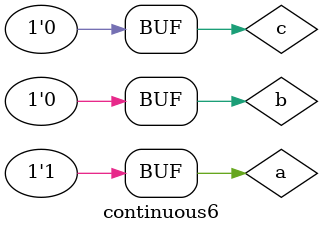
<source format=v>
module continuous6;
wire a,b,c;
assign #10 a=1'b1, b=1'b0, c=1'd2;
endmodule

</source>
